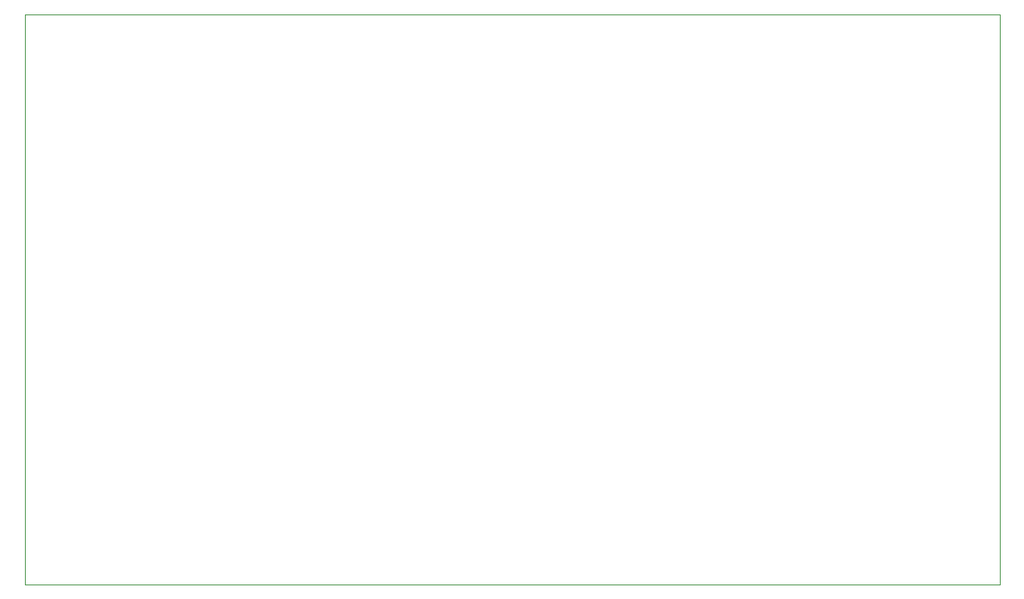
<source format=gbr>
G04 (created by PCBNEW (2013-08-24 BZR 4298)-stable) date Mon 23 Jun 2014 07:33:22 PM PDT*
%MOIN*%
G04 Gerber Fmt 3.4, Leading zero omitted, Abs format*
%FSLAX34Y34*%
G01*
G70*
G90*
G04 APERTURE LIST*
%ADD10C,0.005906*%
%ADD11C,0.003937*%
G04 APERTURE END LIST*
G54D10*
G54D11*
X74015Y-24212D02*
X33661Y-24212D01*
X74015Y-47834D02*
X74015Y-24212D01*
X33661Y-47834D02*
X74015Y-47834D01*
X33661Y-24212D02*
X33661Y-47834D01*
M02*

</source>
